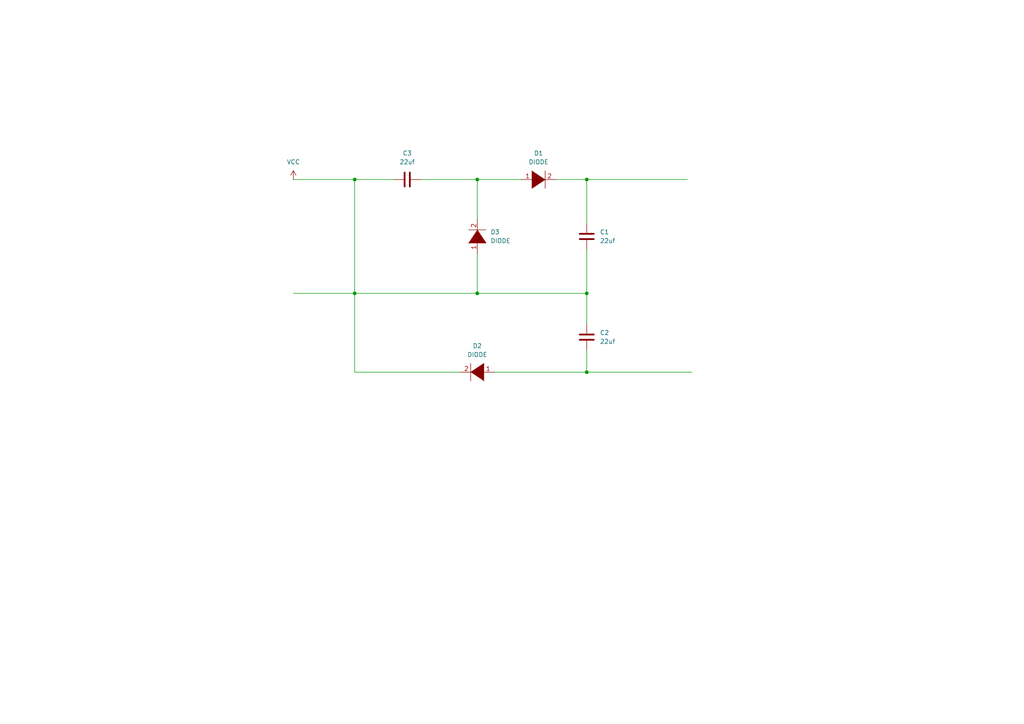
<source format=kicad_sch>
(kicad_sch (version 20211123) (generator eeschema)

  (uuid d36858b3-75fd-41fd-a385-7d6337f5902e)

  (paper "A4")

  (lib_symbols
    (symbol "Device:C" (pin_numbers hide) (pin_names (offset 0.254)) (in_bom yes) (on_board yes)
      (property "Reference" "C" (id 0) (at 0.635 2.54 0)
        (effects (font (size 1.27 1.27)) (justify left))
      )
      (property "Value" "C" (id 1) (at 0.635 -2.54 0)
        (effects (font (size 1.27 1.27)) (justify left))
      )
      (property "Footprint" "" (id 2) (at 0.9652 -3.81 0)
        (effects (font (size 1.27 1.27)) hide)
      )
      (property "Datasheet" "~" (id 3) (at 0 0 0)
        (effects (font (size 1.27 1.27)) hide)
      )
      (property "ki_keywords" "cap capacitor" (id 4) (at 0 0 0)
        (effects (font (size 1.27 1.27)) hide)
      )
      (property "ki_description" "Unpolarized capacitor" (id 5) (at 0 0 0)
        (effects (font (size 1.27 1.27)) hide)
      )
      (property "ki_fp_filters" "C_*" (id 6) (at 0 0 0)
        (effects (font (size 1.27 1.27)) hide)
      )
      (symbol "C_0_1"
        (polyline
          (pts
            (xy -2.032 -0.762)
            (xy 2.032 -0.762)
          )
          (stroke (width 0.508) (type default) (color 0 0 0 0))
          (fill (type none))
        )
        (polyline
          (pts
            (xy -2.032 0.762)
            (xy 2.032 0.762)
          )
          (stroke (width 0.508) (type default) (color 0 0 0 0))
          (fill (type none))
        )
      )
      (symbol "C_1_1"
        (pin passive line (at 0 3.81 270) (length 2.794)
          (name "~" (effects (font (size 1.27 1.27))))
          (number "1" (effects (font (size 1.27 1.27))))
        )
        (pin passive line (at 0 -3.81 90) (length 2.794)
          (name "~" (effects (font (size 1.27 1.27))))
          (number "2" (effects (font (size 1.27 1.27))))
        )
      )
    )
    (symbol "power:VCC" (power) (pin_names (offset 0)) (in_bom yes) (on_board yes)
      (property "Reference" "#PWR" (id 0) (at 0 -3.81 0)
        (effects (font (size 1.27 1.27)) hide)
      )
      (property "Value" "VCC" (id 1) (at 0 3.81 0)
        (effects (font (size 1.27 1.27)))
      )
      (property "Footprint" "" (id 2) (at 0 0 0)
        (effects (font (size 1.27 1.27)) hide)
      )
      (property "Datasheet" "" (id 3) (at 0 0 0)
        (effects (font (size 1.27 1.27)) hide)
      )
      (property "ki_keywords" "global power" (id 4) (at 0 0 0)
        (effects (font (size 1.27 1.27)) hide)
      )
      (property "ki_description" "Power symbol creates a global label with name \"VCC\"" (id 5) (at 0 0 0)
        (effects (font (size 1.27 1.27)) hide)
      )
      (symbol "VCC_0_1"
        (polyline
          (pts
            (xy -0.762 1.27)
            (xy 0 2.54)
          )
          (stroke (width 0) (type default) (color 0 0 0 0))
          (fill (type none))
        )
        (polyline
          (pts
            (xy 0 0)
            (xy 0 2.54)
          )
          (stroke (width 0) (type default) (color 0 0 0 0))
          (fill (type none))
        )
        (polyline
          (pts
            (xy 0 2.54)
            (xy 0.762 1.27)
          )
          (stroke (width 0) (type default) (color 0 0 0 0))
          (fill (type none))
        )
      )
      (symbol "VCC_1_1"
        (pin power_in line (at 0 0 90) (length 0) hide
          (name "VCC" (effects (font (size 1.27 1.27))))
          (number "1" (effects (font (size 1.27 1.27))))
        )
      )
    )
    (symbol "pspice:DIODE" (pin_names (offset 1.016) hide) (in_bom yes) (on_board yes)
      (property "Reference" "D" (id 0) (at 0 3.81 0)
        (effects (font (size 1.27 1.27)))
      )
      (property "Value" "DIODE" (id 1) (at 0 -4.445 0)
        (effects (font (size 1.27 1.27)))
      )
      (property "Footprint" "" (id 2) (at 0 0 0)
        (effects (font (size 1.27 1.27)) hide)
      )
      (property "Datasheet" "~" (id 3) (at 0 0 0)
        (effects (font (size 1.27 1.27)) hide)
      )
      (property "ki_keywords" "simulation" (id 4) (at 0 0 0)
        (effects (font (size 1.27 1.27)) hide)
      )
      (property "ki_description" "Diode symbol for simulation only. Pin order incompatible with official kicad footprints" (id 5) (at 0 0 0)
        (effects (font (size 1.27 1.27)) hide)
      )
      (symbol "DIODE_0_1"
        (polyline
          (pts
            (xy 1.905 2.54)
            (xy 1.905 -2.54)
          )
          (stroke (width 0) (type default) (color 0 0 0 0))
          (fill (type none))
        )
        (polyline
          (pts
            (xy -1.905 2.54)
            (xy -1.905 -2.54)
            (xy 1.905 0)
          )
          (stroke (width 0) (type default) (color 0 0 0 0))
          (fill (type outline))
        )
      )
      (symbol "DIODE_1_1"
        (pin input line (at -5.08 0 0) (length 3.81)
          (name "K" (effects (font (size 1.27 1.27))))
          (number "1" (effects (font (size 1.27 1.27))))
        )
        (pin input line (at 5.08 0 180) (length 3.81)
          (name "A" (effects (font (size 1.27 1.27))))
          (number "2" (effects (font (size 1.27 1.27))))
        )
      )
    )
  )

  (junction (at 170.18 52.07) (diameter 0) (color 0 0 0 0)
    (uuid 16daba6f-0de5-41ad-a7a7-5404d85fbfb0)
  )
  (junction (at 138.43 85.09) (diameter 0) (color 0 0 0 0)
    (uuid 21745bf5-5a9b-45df-aa3e-726c072da505)
  )
  (junction (at 102.87 52.07) (diameter 0) (color 0 0 0 0)
    (uuid 4c5f3380-3a07-4064-be6f-d64ad21f4146)
  )
  (junction (at 170.18 85.09) (diameter 0) (color 0 0 0 0)
    (uuid 554ae6e4-38a2-4cfc-a1ca-caa6c552a6c3)
  )
  (junction (at 138.43 52.07) (diameter 0) (color 0 0 0 0)
    (uuid 5f669ee6-fa31-402a-802c-c958bed7796d)
  )
  (junction (at 170.18 107.95) (diameter 0) (color 0 0 0 0)
    (uuid 708b74ad-56b9-40e1-a800-22c869a3a4fe)
  )
  (junction (at 102.87 85.09) (diameter 0) (color 0 0 0 0)
    (uuid d4ebca1d-e2d6-4624-941e-08229d585ca5)
  )

  (wire (pts (xy 138.43 85.09) (xy 170.18 85.09))
    (stroke (width 0) (type default) (color 0 0 0 0))
    (uuid 21b59f33-62ec-4044-88de-95df5777ebe6)
  )
  (wire (pts (xy 138.43 73.66) (xy 138.43 85.09))
    (stroke (width 0) (type default) (color 0 0 0 0))
    (uuid 2ace2a6c-2984-4808-aebe-ca3543ebd83f)
  )
  (wire (pts (xy 85.09 85.09) (xy 102.87 85.09))
    (stroke (width 0) (type default) (color 0 0 0 0))
    (uuid 34738599-aa08-44c9-a268-8cf24da4bf9c)
  )
  (wire (pts (xy 102.87 107.95) (xy 133.35 107.95))
    (stroke (width 0) (type default) (color 0 0 0 0))
    (uuid 4bb51114-2b70-4ec5-9240-ec913be777c1)
  )
  (wire (pts (xy 170.18 52.07) (xy 199.39 52.07))
    (stroke (width 0) (type default) (color 0 0 0 0))
    (uuid 531a986b-5c91-4a14-bac7-feedb5acdfa7)
  )
  (wire (pts (xy 121.92 52.07) (xy 138.43 52.07))
    (stroke (width 0) (type default) (color 0 0 0 0))
    (uuid 5716312a-f7c8-41d2-9941-216bdaa5ace7)
  )
  (wire (pts (xy 170.18 52.07) (xy 170.18 64.77))
    (stroke (width 0) (type default) (color 0 0 0 0))
    (uuid 7e971b83-5338-43b1-8fa0-c6ea7effc63b)
  )
  (wire (pts (xy 170.18 85.09) (xy 170.18 93.98))
    (stroke (width 0) (type default) (color 0 0 0 0))
    (uuid 9a8f016c-3ac6-46c5-aca4-fb604368b788)
  )
  (wire (pts (xy 170.18 101.6) (xy 170.18 107.95))
    (stroke (width 0) (type default) (color 0 0 0 0))
    (uuid 9f22fff9-38a6-4fbd-bbca-f0689e46e52b)
  )
  (wire (pts (xy 138.43 52.07) (xy 151.13 52.07))
    (stroke (width 0) (type default) (color 0 0 0 0))
    (uuid bcfafb73-705a-47af-933c-dd59d3d0ffa2)
  )
  (wire (pts (xy 161.29 52.07) (xy 170.18 52.07))
    (stroke (width 0) (type default) (color 0 0 0 0))
    (uuid bdaa4ee4-2bce-4243-a1a2-e2f6c0e05a5f)
  )
  (wire (pts (xy 85.09 52.07) (xy 102.87 52.07))
    (stroke (width 0) (type default) (color 0 0 0 0))
    (uuid cd5a745d-07b0-4bef-9f02-c8a110971842)
  )
  (wire (pts (xy 170.18 72.39) (xy 170.18 85.09))
    (stroke (width 0) (type default) (color 0 0 0 0))
    (uuid d607d42e-ae59-4375-98a5-09a5d964b79f)
  )
  (wire (pts (xy 102.87 85.09) (xy 102.87 107.95))
    (stroke (width 0) (type default) (color 0 0 0 0))
    (uuid db1c783c-207c-4b6d-bc7a-4305bda83df6)
  )
  (wire (pts (xy 138.43 52.07) (xy 138.43 63.5))
    (stroke (width 0) (type default) (color 0 0 0 0))
    (uuid e04aba7d-73f9-4f56-8831-78d0161f75de)
  )
  (wire (pts (xy 102.87 52.07) (xy 102.87 85.09))
    (stroke (width 0) (type default) (color 0 0 0 0))
    (uuid e74bbb66-2832-446b-8ec6-930e3dafb2b5)
  )
  (wire (pts (xy 114.3 52.07) (xy 102.87 52.07))
    (stroke (width 0) (type default) (color 0 0 0 0))
    (uuid f236965e-01c9-437c-bbbc-cf29e33aaa0e)
  )
  (wire (pts (xy 170.18 107.95) (xy 143.51 107.95))
    (stroke (width 0) (type default) (color 0 0 0 0))
    (uuid f3ce3a96-13e7-4dca-8c19-0b06171ec7e0)
  )
  (wire (pts (xy 170.18 107.95) (xy 200.66 107.95))
    (stroke (width 0) (type default) (color 0 0 0 0))
    (uuid f3e0bcb9-38ce-459b-a838-d4427ff1ec9c)
  )
  (wire (pts (xy 102.87 85.09) (xy 138.43 85.09))
    (stroke (width 0) (type default) (color 0 0 0 0))
    (uuid fe516a69-ca29-4781-b902-82115840bd1b)
  )

  (symbol (lib_id "pspice:DIODE") (at 138.43 68.58 90) (unit 1)
    (in_bom yes) (on_board yes) (fields_autoplaced)
    (uuid 3e5d24f2-93a7-48ee-b5ab-c18313e5ece0)
    (property "Reference" "D3" (id 0) (at 142.24 67.3099 90)
      (effects (font (size 1.27 1.27)) (justify right))
    )
    (property "Value" "DIODE" (id 1) (at 142.24 69.8499 90)
      (effects (font (size 1.27 1.27)) (justify right))
    )
    (property "Footprint" "" (id 2) (at 138.43 68.58 0)
      (effects (font (size 1.27 1.27)) hide)
    )
    (property "Datasheet" "~" (id 3) (at 138.43 68.58 0)
      (effects (font (size 1.27 1.27)) hide)
    )
    (pin "1" (uuid 29a12e53-9018-4525-a684-9f0974273ac5))
    (pin "2" (uuid a6c43303-4623-48df-bcb8-f8003b57172d))
  )

  (symbol (lib_id "power:VCC") (at 85.09 52.07 0) (unit 1)
    (in_bom yes) (on_board yes) (fields_autoplaced)
    (uuid 45198d99-905b-4141-9c8c-48d901edda71)
    (property "Reference" "#PWR?" (id 0) (at 85.09 55.88 0)
      (effects (font (size 1.27 1.27)) hide)
    )
    (property "Value" "VCC" (id 1) (at 85.09 46.99 0))
    (property "Footprint" "" (id 2) (at 85.09 52.07 0)
      (effects (font (size 1.27 1.27)) hide)
    )
    (property "Datasheet" "" (id 3) (at 85.09 52.07 0)
      (effects (font (size 1.27 1.27)) hide)
    )
    (pin "1" (uuid 282ccb03-2339-4b25-9392-e4216a15b820))
  )

  (symbol (lib_id "pspice:DIODE") (at 156.21 52.07 0) (unit 1)
    (in_bom yes) (on_board yes) (fields_autoplaced)
    (uuid 4e97634d-3205-4cee-a175-2343a6895f36)
    (property "Reference" "D1" (id 0) (at 156.21 44.45 0))
    (property "Value" "DIODE" (id 1) (at 156.21 46.99 0))
    (property "Footprint" "" (id 2) (at 156.21 52.07 0)
      (effects (font (size 1.27 1.27)) hide)
    )
    (property "Datasheet" "~" (id 3) (at 156.21 52.07 0)
      (effects (font (size 1.27 1.27)) hide)
    )
    (pin "1" (uuid 099ab7b6-0788-4fb8-9e54-9e00a3b2a889))
    (pin "2" (uuid f61f9bfc-cc5f-49d8-a5ab-1ba2f9d9a07f))
  )

  (symbol (lib_id "Device:C") (at 170.18 68.58 0) (unit 1)
    (in_bom yes) (on_board yes) (fields_autoplaced)
    (uuid 56ad0b64-278b-4e59-ac75-577fa1a45f0a)
    (property "Reference" "C1" (id 0) (at 173.99 67.3099 0)
      (effects (font (size 1.27 1.27)) (justify left))
    )
    (property "Value" "22uf" (id 1) (at 173.99 69.8499 0)
      (effects (font (size 1.27 1.27)) (justify left))
    )
    (property "Footprint" "" (id 2) (at 171.1452 72.39 0)
      (effects (font (size 1.27 1.27)) hide)
    )
    (property "Datasheet" "~" (id 3) (at 170.18 68.58 0)
      (effects (font (size 1.27 1.27)) hide)
    )
    (pin "1" (uuid 71103f2f-146f-4522-a142-b4d12d9c3003))
    (pin "2" (uuid 5396d51e-7f63-450d-a9d4-20acbe69907d))
  )

  (symbol (lib_id "pspice:DIODE") (at 138.43 107.95 180) (unit 1)
    (in_bom yes) (on_board yes) (fields_autoplaced)
    (uuid 838e80ee-cb79-4c7a-8832-bfd97a82e85d)
    (property "Reference" "D2" (id 0) (at 138.43 100.33 0))
    (property "Value" "DIODE" (id 1) (at 138.43 102.87 0))
    (property "Footprint" "" (id 2) (at 138.43 107.95 0)
      (effects (font (size 1.27 1.27)) hide)
    )
    (property "Datasheet" "~" (id 3) (at 138.43 107.95 0)
      (effects (font (size 1.27 1.27)) hide)
    )
    (pin "1" (uuid 3d81c166-38e9-48f1-9b99-de96087d0439))
    (pin "2" (uuid a0cda77b-6572-4ca3-9d81-fd51f0bd7af1))
  )

  (symbol (lib_id "Device:C") (at 118.11 52.07 270) (unit 1)
    (in_bom yes) (on_board yes) (fields_autoplaced)
    (uuid eed154e7-f537-40f0-be86-81408156641a)
    (property "Reference" "C3" (id 0) (at 118.11 44.45 90))
    (property "Value" "22uf" (id 1) (at 118.11 46.99 90))
    (property "Footprint" "" (id 2) (at 114.3 53.0352 0)
      (effects (font (size 1.27 1.27)) hide)
    )
    (property "Datasheet" "~" (id 3) (at 118.11 52.07 0)
      (effects (font (size 1.27 1.27)) hide)
    )
    (pin "1" (uuid 3ca664bb-f89d-4783-973c-ea0e76770f23))
    (pin "2" (uuid 01e2ec97-356a-4ca6-9218-59245f866e48))
  )

  (symbol (lib_id "Device:C") (at 170.18 97.79 0) (unit 1)
    (in_bom yes) (on_board yes) (fields_autoplaced)
    (uuid fc0fc677-04a7-45ee-b7fc-587715649d54)
    (property "Reference" "C2" (id 0) (at 173.99 96.5199 0)
      (effects (font (size 1.27 1.27)) (justify left))
    )
    (property "Value" "22uf" (id 1) (at 173.99 99.0599 0)
      (effects (font (size 1.27 1.27)) (justify left))
    )
    (property "Footprint" "" (id 2) (at 171.1452 101.6 0)
      (effects (font (size 1.27 1.27)) hide)
    )
    (property "Datasheet" "~" (id 3) (at 170.18 97.79 0)
      (effects (font (size 1.27 1.27)) hide)
    )
    (pin "1" (uuid f570624e-31e6-4268-8e9a-8d295258cb47))
    (pin "2" (uuid 259664e8-7d7d-4e94-9dac-d0a02991b5da))
  )

  (sheet_instances
    (path "/" (page "1"))
  )

  (symbol_instances
    (path "/45198d99-905b-4141-9c8c-48d901edda71"
      (reference "#PWR?") (unit 1) (value "VCC") (footprint "")
    )
    (path "/56ad0b64-278b-4e59-ac75-577fa1a45f0a"
      (reference "C1") (unit 1) (value "22uf") (footprint "")
    )
    (path "/fc0fc677-04a7-45ee-b7fc-587715649d54"
      (reference "C2") (unit 1) (value "22uf") (footprint "")
    )
    (path "/eed154e7-f537-40f0-be86-81408156641a"
      (reference "C3") (unit 1) (value "22uf") (footprint "")
    )
    (path "/4e97634d-3205-4cee-a175-2343a6895f36"
      (reference "D1") (unit 1) (value "DIODE") (footprint "")
    )
    (path "/838e80ee-cb79-4c7a-8832-bfd97a82e85d"
      (reference "D2") (unit 1) (value "DIODE") (footprint "")
    )
    (path "/3e5d24f2-93a7-48ee-b5ab-c18313e5ece0"
      (reference "D3") (unit 1) (value "DIODE") (footprint "")
    )
  )
)

</source>
